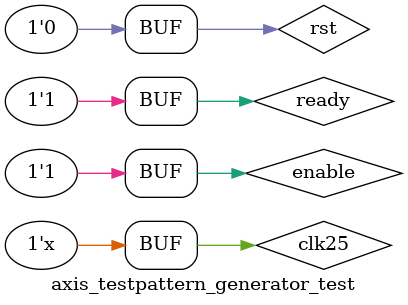
<source format=v>
`timescale 1ns / 100ps


module axis_testpattern_generator_test (   );
    localparam DATA_WIDTH = 8;
    localparam DIVIDER = 3;
    localparam START = -10;
    localparam END = 10;
    localparam INCR = 1;
    // CLK & RST
    reg clk25;
    reg rst;
    reg enable;
        
    // AXIS Master side
    wire[DATA_WIDTH-1:0]   tdata;
    wire                   tvalid;
    reg                    ready;        
    axis_testpattern_generator #(
        .M00_AXIS_TDATA_WIDTH(DATA_WIDTH),
        .COUNTER_START(START),
        .COUNTER_END(END),
        .COUNTER_INCR(INCR),
        .DIVIDER(DIVIDER)
    ) DUT (
        .m_axis_aclk(clk25),
        .m_axis_aresetn(~rst),
        .enable(enable),
            
        // AXI-Stream
        .m_axis_tdata(tdata), 
        .m_axis_tvalid(tvalid),
        .m_axis_tready(ready)
    );
        
    initial begin
        // init
        clk25 = 1;
        rst = 1;
        ready = 1;
        enable = 1;
                    
        // un-reset
        #20 rst = 0;

        // async reset
        #1505
        rst = 1;
        #10
        rst = 0;
        #5
        
        // reset -> un-reset with tready low
        #500
        rst = 1;
        ready = 0;
        #20
        rst = 0;
        #40
        ready = 1; 

        // in-reset ready rattling        
        #500
        rst = 1;
        #20
        ready = 0;
        #20
        ready = 1;
        #20
        ready = 0;
        #20
        ready = 1;
        #20
        ready = 0;
        #40
        rst = 0;
        #40
        ready = 1;

        // ready hold-up
        #980
        ready = 0;
        
        #300
        ready = 1;
        
        // ready rattling
        #300
        ready = 0;
        #20
        ready = 1;
        #20
        ready = 0;
        #20
        ready = 1;
        #20
        ready = 0;
        #20
        ready = 1;
        
        #900 
        enable = 0;
        #500 
        enable = 1;
    end
    
    // Generate CLK 100 MHz
    always
    begin
        #10
        clk25 = ~clk25;
    end
endmodule

</source>
